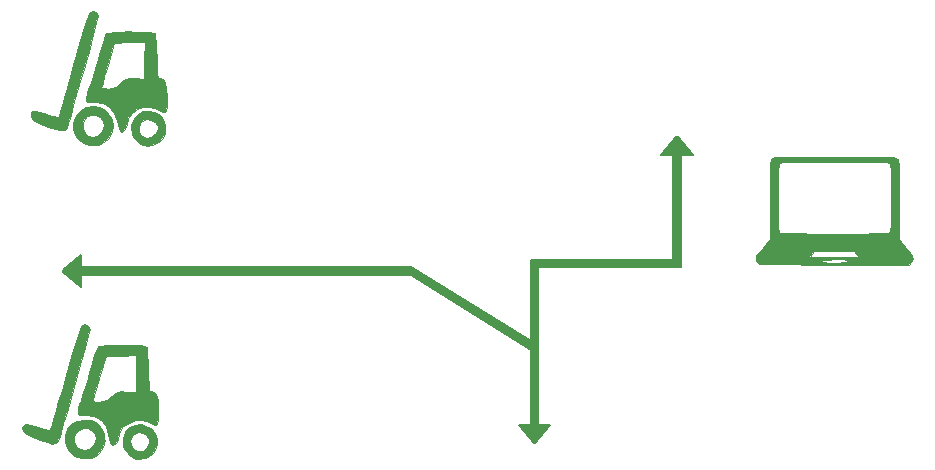
<source format=gbr>
G04 #@! TF.GenerationSoftware,KiCad,Pcbnew,(5.0.1)-3*
G04 #@! TF.CreationDate,2018-12-19T00:20:38+01:00*
G04 #@! TF.ProjectId,cret,637265742E6B696361645F7063620000,rev?*
G04 #@! TF.SameCoordinates,Original*
G04 #@! TF.FileFunction,Legend,Bot*
G04 #@! TF.FilePolarity,Positive*
%FSLAX46Y46*%
G04 Gerber Fmt 4.6, Leading zero omitted, Abs format (unit mm)*
G04 Created by KiCad (PCBNEW (5.0.1)-3) date 19/12/2018 0:20:38*
%MOMM*%
%LPD*%
G01*
G04 APERTURE LIST*
%ADD10C,0.010000*%
%ADD11C,0.150000*%
G04 APERTURE END LIST*
D10*
G04 #@! TO.C,G1*
G36*
X73769202Y-125695427D02*
X73744208Y-125718364D01*
X73664060Y-125884095D01*
X73526034Y-126265411D01*
X73339339Y-126832916D01*
X73113181Y-127557214D01*
X72856769Y-128408908D01*
X72579309Y-129358602D01*
X72332767Y-130224599D01*
X72049807Y-131227696D01*
X71787452Y-132152589D01*
X71553839Y-132970978D01*
X71357108Y-133654565D01*
X71205399Y-134175051D01*
X71106852Y-134504138D01*
X71070569Y-134612934D01*
X70937534Y-134608660D01*
X70629131Y-134524530D01*
X70204798Y-134377548D01*
X70074954Y-134328087D01*
X69480610Y-134121722D01*
X69077851Y-134046531D01*
X68839862Y-134104012D01*
X68739823Y-134295662D01*
X68732400Y-134403081D01*
X68779991Y-134614428D01*
X68946049Y-134807478D01*
X69265507Y-135006010D01*
X69773295Y-135233809D01*
X70195594Y-135399249D01*
X70808386Y-135614994D01*
X71235383Y-135716320D01*
X71517556Y-135703231D01*
X71695879Y-135575730D01*
X71788291Y-135399346D01*
X71882602Y-135119846D01*
X72028176Y-134648428D01*
X72215802Y-134018006D01*
X72436272Y-133261497D01*
X72680376Y-132411814D01*
X72938907Y-131501875D01*
X73202654Y-130564592D01*
X73462408Y-129632884D01*
X73708960Y-128739663D01*
X73933102Y-127917846D01*
X74125623Y-127200348D01*
X74277316Y-126620084D01*
X74378970Y-126209970D01*
X74421377Y-126002920D01*
X74421697Y-125987007D01*
X74274316Y-125722253D01*
X74025288Y-125612558D01*
X73769202Y-125695427D01*
X73769202Y-125695427D01*
G37*
X73769202Y-125695427D02*
X73744208Y-125718364D01*
X73664060Y-125884095D01*
X73526034Y-126265411D01*
X73339339Y-126832916D01*
X73113181Y-127557214D01*
X72856769Y-128408908D01*
X72579309Y-129358602D01*
X72332767Y-130224599D01*
X72049807Y-131227696D01*
X71787452Y-132152589D01*
X71553839Y-132970978D01*
X71357108Y-133654565D01*
X71205399Y-134175051D01*
X71106852Y-134504138D01*
X71070569Y-134612934D01*
X70937534Y-134608660D01*
X70629131Y-134524530D01*
X70204798Y-134377548D01*
X70074954Y-134328087D01*
X69480610Y-134121722D01*
X69077851Y-134046531D01*
X68839862Y-134104012D01*
X68739823Y-134295662D01*
X68732400Y-134403081D01*
X68779991Y-134614428D01*
X68946049Y-134807478D01*
X69265507Y-135006010D01*
X69773295Y-135233809D01*
X70195594Y-135399249D01*
X70808386Y-135614994D01*
X71235383Y-135716320D01*
X71517556Y-135703231D01*
X71695879Y-135575730D01*
X71788291Y-135399346D01*
X71882602Y-135119846D01*
X72028176Y-134648428D01*
X72215802Y-134018006D01*
X72436272Y-133261497D01*
X72680376Y-132411814D01*
X72938907Y-131501875D01*
X73202654Y-130564592D01*
X73462408Y-129632884D01*
X73708960Y-128739663D01*
X73933102Y-127917846D01*
X74125623Y-127200348D01*
X74277316Y-126620084D01*
X74378970Y-126209970D01*
X74421377Y-126002920D01*
X74421697Y-125987007D01*
X74274316Y-125722253D01*
X74025288Y-125612558D01*
X73769202Y-125695427D01*
G36*
X76343114Y-127359421D02*
X75797719Y-127388508D01*
X75378999Y-127433285D01*
X75141269Y-127493749D01*
X75113831Y-127514350D01*
X75038615Y-127684470D01*
X74910007Y-128055757D01*
X74742010Y-128584480D01*
X74548625Y-129226911D01*
X74392066Y-129768600D01*
X74183297Y-130487422D01*
X73983983Y-131144133D01*
X73809716Y-131689516D01*
X73676091Y-132074353D01*
X73614186Y-132223642D01*
X73478832Y-132612120D01*
X73431400Y-132953892D01*
X73445009Y-133169512D01*
X73528462Y-133279522D01*
X73745706Y-133319521D01*
X74098150Y-133325074D01*
X74813801Y-133423661D01*
X75372169Y-133719962D01*
X75775898Y-134216487D01*
X76027633Y-134915745D01*
X76080015Y-135206711D01*
X76181566Y-135635658D01*
X76333209Y-135820473D01*
X76542791Y-135767489D01*
X76655159Y-135670698D01*
X76822288Y-135397721D01*
X76860400Y-135214221D01*
X76974518Y-134692757D01*
X77282686Y-134260066D01*
X77733627Y-133939115D01*
X78276065Y-133752871D01*
X78858723Y-133724301D01*
X79430323Y-133876373D01*
X79620579Y-133977942D01*
X79885847Y-134120767D01*
X80064927Y-134142113D01*
X80173534Y-134012737D01*
X80227382Y-133703396D01*
X80242186Y-133184845D01*
X80239709Y-132825828D01*
X80207713Y-132145287D01*
X80123703Y-131684742D01*
X79975844Y-131413390D01*
X79752304Y-131300425D01*
X79650758Y-131292600D01*
X79560807Y-131271126D01*
X79496234Y-131181320D01*
X79451356Y-130985105D01*
X79420488Y-130644405D01*
X79397943Y-130121144D01*
X79380559Y-129482850D01*
X79357940Y-128821155D01*
X79325756Y-128244757D01*
X79324969Y-128235627D01*
X78392290Y-128235627D01*
X78356595Y-129795863D01*
X78320900Y-131356100D01*
X77538398Y-131312333D01*
X77094147Y-131297718D01*
X76803374Y-131337257D01*
X76566515Y-131463039D01*
X76284009Y-131707151D01*
X76268398Y-131721646D01*
X75911580Y-132011169D01*
X75590408Y-132146412D01*
X75241150Y-132178163D01*
X74912087Y-132160313D01*
X74722335Y-132111358D01*
X74703775Y-132086350D01*
X74738525Y-131937039D01*
X74832683Y-131589005D01*
X74973726Y-131087127D01*
X75149131Y-130476284D01*
X75244177Y-130149600D01*
X75782204Y-128308100D01*
X77087247Y-128271863D01*
X78392290Y-128235627D01*
X79324969Y-128235627D01*
X79287760Y-127804111D01*
X79247704Y-127549672D01*
X79234155Y-127514350D01*
X79069277Y-127449307D01*
X78705196Y-127399953D01*
X78196227Y-127366287D01*
X77596681Y-127348310D01*
X76960873Y-127346021D01*
X76343114Y-127359421D01*
X76343114Y-127359421D01*
G37*
X76343114Y-127359421D02*
X75797719Y-127388508D01*
X75378999Y-127433285D01*
X75141269Y-127493749D01*
X75113831Y-127514350D01*
X75038615Y-127684470D01*
X74910007Y-128055757D01*
X74742010Y-128584480D01*
X74548625Y-129226911D01*
X74392066Y-129768600D01*
X74183297Y-130487422D01*
X73983983Y-131144133D01*
X73809716Y-131689516D01*
X73676091Y-132074353D01*
X73614186Y-132223642D01*
X73478832Y-132612120D01*
X73431400Y-132953892D01*
X73445009Y-133169512D01*
X73528462Y-133279522D01*
X73745706Y-133319521D01*
X74098150Y-133325074D01*
X74813801Y-133423661D01*
X75372169Y-133719962D01*
X75775898Y-134216487D01*
X76027633Y-134915745D01*
X76080015Y-135206711D01*
X76181566Y-135635658D01*
X76333209Y-135820473D01*
X76542791Y-135767489D01*
X76655159Y-135670698D01*
X76822288Y-135397721D01*
X76860400Y-135214221D01*
X76974518Y-134692757D01*
X77282686Y-134260066D01*
X77733627Y-133939115D01*
X78276065Y-133752871D01*
X78858723Y-133724301D01*
X79430323Y-133876373D01*
X79620579Y-133977942D01*
X79885847Y-134120767D01*
X80064927Y-134142113D01*
X80173534Y-134012737D01*
X80227382Y-133703396D01*
X80242186Y-133184845D01*
X80239709Y-132825828D01*
X80207713Y-132145287D01*
X80123703Y-131684742D01*
X79975844Y-131413390D01*
X79752304Y-131300425D01*
X79650758Y-131292600D01*
X79560807Y-131271126D01*
X79496234Y-131181320D01*
X79451356Y-130985105D01*
X79420488Y-130644405D01*
X79397943Y-130121144D01*
X79380559Y-129482850D01*
X79357940Y-128821155D01*
X79325756Y-128244757D01*
X79324969Y-128235627D01*
X78392290Y-128235627D01*
X78356595Y-129795863D01*
X78320900Y-131356100D01*
X77538398Y-131312333D01*
X77094147Y-131297718D01*
X76803374Y-131337257D01*
X76566515Y-131463039D01*
X76284009Y-131707151D01*
X76268398Y-131721646D01*
X75911580Y-132011169D01*
X75590408Y-132146412D01*
X75241150Y-132178163D01*
X74912087Y-132160313D01*
X74722335Y-132111358D01*
X74703775Y-132086350D01*
X74738525Y-131937039D01*
X74832683Y-131589005D01*
X74973726Y-131087127D01*
X75149131Y-130476284D01*
X75244177Y-130149600D01*
X75782204Y-128308100D01*
X77087247Y-128271863D01*
X78392290Y-128235627D01*
X79324969Y-128235627D01*
X79287760Y-127804111D01*
X79247704Y-127549672D01*
X79234155Y-127514350D01*
X79069277Y-127449307D01*
X78705196Y-127399953D01*
X78196227Y-127366287D01*
X77596681Y-127348310D01*
X76960873Y-127346021D01*
X76343114Y-127359421D01*
G36*
X73370587Y-133779576D02*
X72875458Y-134079563D01*
X72536812Y-134506250D01*
X72312103Y-135075870D01*
X72308063Y-135627393D01*
X72491840Y-136127153D01*
X72830580Y-136541488D01*
X73291430Y-136836732D01*
X73841538Y-136979222D01*
X74448049Y-136935294D01*
X74794149Y-136819311D01*
X75258065Y-136490479D01*
X75565031Y-136013424D01*
X75696074Y-135453180D01*
X75682600Y-135331123D01*
X74955400Y-135331123D01*
X74879590Y-135599272D01*
X74696772Y-135905101D01*
X74692183Y-135910972D01*
X74362123Y-136164338D01*
X73960049Y-136250673D01*
X73579565Y-136161821D01*
X73402606Y-136023350D01*
X73143499Y-135574790D01*
X73137353Y-135109184D01*
X73229923Y-134869827D01*
X73515856Y-134540191D01*
X73886804Y-134399781D01*
X74279415Y-134431659D01*
X74630339Y-134618890D01*
X74876221Y-134944535D01*
X74955400Y-135331123D01*
X75682600Y-135331123D01*
X75632220Y-134874784D01*
X75468989Y-134506250D01*
X75059052Y-134017159D01*
X74544676Y-133751267D01*
X74002900Y-133684433D01*
X73370587Y-133779576D01*
X73370587Y-133779576D01*
G37*
X73370587Y-133779576D02*
X72875458Y-134079563D01*
X72536812Y-134506250D01*
X72312103Y-135075870D01*
X72308063Y-135627393D01*
X72491840Y-136127153D01*
X72830580Y-136541488D01*
X73291430Y-136836732D01*
X73841538Y-136979222D01*
X74448049Y-136935294D01*
X74794149Y-136819311D01*
X75258065Y-136490479D01*
X75565031Y-136013424D01*
X75696074Y-135453180D01*
X75682600Y-135331123D01*
X74955400Y-135331123D01*
X74879590Y-135599272D01*
X74696772Y-135905101D01*
X74692183Y-135910972D01*
X74362123Y-136164338D01*
X73960049Y-136250673D01*
X73579565Y-136161821D01*
X73402606Y-136023350D01*
X73143499Y-135574790D01*
X73137353Y-135109184D01*
X73229923Y-134869827D01*
X73515856Y-134540191D01*
X73886804Y-134399781D01*
X74279415Y-134431659D01*
X74630339Y-134618890D01*
X74876221Y-134944535D01*
X74955400Y-135331123D01*
X75682600Y-135331123D01*
X75632220Y-134874784D01*
X75468989Y-134506250D01*
X75059052Y-134017159D01*
X74544676Y-133751267D01*
X74002900Y-133684433D01*
X73370587Y-133779576D01*
G36*
X78249519Y-134115090D02*
X77778575Y-134344477D01*
X77434274Y-134749374D01*
X77258312Y-135305676D01*
X77244224Y-135528050D01*
X77270023Y-135946760D01*
X77387885Y-136245116D01*
X77651323Y-136553821D01*
X77673200Y-136575800D01*
X78011622Y-136862472D01*
X78330515Y-136985483D01*
X78593950Y-137002515D01*
X79020475Y-136948262D01*
X79403107Y-136822958D01*
X79430554Y-136808795D01*
X79842975Y-136456820D01*
X80078153Y-135987471D01*
X80117669Y-135634880D01*
X79497739Y-135634880D01*
X79316784Y-135969225D01*
X79264183Y-136037972D01*
X78916612Y-136308803D01*
X78516162Y-136360333D01*
X78134426Y-136184850D01*
X78108651Y-136162416D01*
X77913797Y-135839156D01*
X77881321Y-135442523D01*
X78006942Y-135078921D01*
X78158659Y-134919301D01*
X78553185Y-134740699D01*
X78915921Y-134803261D01*
X79215673Y-135033327D01*
X79465343Y-135349985D01*
X79497739Y-135634880D01*
X80117669Y-135634880D01*
X80136746Y-135464669D01*
X80019410Y-134952335D01*
X79726801Y-134514390D01*
X79404558Y-134279249D01*
X78805412Y-134085313D01*
X78249519Y-134115090D01*
X78249519Y-134115090D01*
G37*
X78249519Y-134115090D02*
X77778575Y-134344477D01*
X77434274Y-134749374D01*
X77258312Y-135305676D01*
X77244224Y-135528050D01*
X77270023Y-135946760D01*
X77387885Y-136245116D01*
X77651323Y-136553821D01*
X77673200Y-136575800D01*
X78011622Y-136862472D01*
X78330515Y-136985483D01*
X78593950Y-137002515D01*
X79020475Y-136948262D01*
X79403107Y-136822958D01*
X79430554Y-136808795D01*
X79842975Y-136456820D01*
X80078153Y-135987471D01*
X80117669Y-135634880D01*
X79497739Y-135634880D01*
X79316784Y-135969225D01*
X79264183Y-136037972D01*
X78916612Y-136308803D01*
X78516162Y-136360333D01*
X78134426Y-136184850D01*
X78108651Y-136162416D01*
X77913797Y-135839156D01*
X77881321Y-135442523D01*
X78006942Y-135078921D01*
X78158659Y-134919301D01*
X78553185Y-134740699D01*
X78915921Y-134803261D01*
X79215673Y-135033327D01*
X79465343Y-135349985D01*
X79497739Y-135634880D01*
X80117669Y-135634880D01*
X80136746Y-135464669D01*
X80019410Y-134952335D01*
X79726801Y-134514390D01*
X79404558Y-134279249D01*
X78805412Y-134085313D01*
X78249519Y-134115090D01*
G04 #@! TO.C,G2*
G36*
X74480402Y-99177827D02*
X74455408Y-99200764D01*
X74375260Y-99366495D01*
X74237234Y-99747811D01*
X74050539Y-100315316D01*
X73824381Y-101039614D01*
X73567969Y-101891308D01*
X73290509Y-102841002D01*
X73043967Y-103706999D01*
X72761007Y-104710096D01*
X72498652Y-105634989D01*
X72265039Y-106453378D01*
X72068308Y-107136965D01*
X71916599Y-107657451D01*
X71818052Y-107986538D01*
X71781769Y-108095334D01*
X71648734Y-108091060D01*
X71340331Y-108006930D01*
X70915998Y-107859948D01*
X70786154Y-107810487D01*
X70191810Y-107604122D01*
X69789051Y-107528931D01*
X69551062Y-107586412D01*
X69451023Y-107778062D01*
X69443600Y-107885481D01*
X69491191Y-108096828D01*
X69657249Y-108289878D01*
X69976707Y-108488410D01*
X70484495Y-108716209D01*
X70906794Y-108881649D01*
X71519586Y-109097394D01*
X71946583Y-109198720D01*
X72228756Y-109185631D01*
X72407079Y-109058130D01*
X72499491Y-108881746D01*
X72593802Y-108602246D01*
X72739376Y-108130828D01*
X72927002Y-107500406D01*
X73147472Y-106743897D01*
X73391576Y-105894214D01*
X73650107Y-104984275D01*
X73913854Y-104046992D01*
X74173608Y-103115284D01*
X74420160Y-102222063D01*
X74644302Y-101400246D01*
X74836823Y-100682748D01*
X74988516Y-100102484D01*
X75090170Y-99692370D01*
X75132577Y-99485320D01*
X75132897Y-99469407D01*
X74985516Y-99204653D01*
X74736488Y-99094958D01*
X74480402Y-99177827D01*
X74480402Y-99177827D01*
G37*
X74480402Y-99177827D02*
X74455408Y-99200764D01*
X74375260Y-99366495D01*
X74237234Y-99747811D01*
X74050539Y-100315316D01*
X73824381Y-101039614D01*
X73567969Y-101891308D01*
X73290509Y-102841002D01*
X73043967Y-103706999D01*
X72761007Y-104710096D01*
X72498652Y-105634989D01*
X72265039Y-106453378D01*
X72068308Y-107136965D01*
X71916599Y-107657451D01*
X71818052Y-107986538D01*
X71781769Y-108095334D01*
X71648734Y-108091060D01*
X71340331Y-108006930D01*
X70915998Y-107859948D01*
X70786154Y-107810487D01*
X70191810Y-107604122D01*
X69789051Y-107528931D01*
X69551062Y-107586412D01*
X69451023Y-107778062D01*
X69443600Y-107885481D01*
X69491191Y-108096828D01*
X69657249Y-108289878D01*
X69976707Y-108488410D01*
X70484495Y-108716209D01*
X70906794Y-108881649D01*
X71519586Y-109097394D01*
X71946583Y-109198720D01*
X72228756Y-109185631D01*
X72407079Y-109058130D01*
X72499491Y-108881746D01*
X72593802Y-108602246D01*
X72739376Y-108130828D01*
X72927002Y-107500406D01*
X73147472Y-106743897D01*
X73391576Y-105894214D01*
X73650107Y-104984275D01*
X73913854Y-104046992D01*
X74173608Y-103115284D01*
X74420160Y-102222063D01*
X74644302Y-101400246D01*
X74836823Y-100682748D01*
X74988516Y-100102484D01*
X75090170Y-99692370D01*
X75132577Y-99485320D01*
X75132897Y-99469407D01*
X74985516Y-99204653D01*
X74736488Y-99094958D01*
X74480402Y-99177827D01*
G36*
X77054314Y-100841821D02*
X76508919Y-100870908D01*
X76090199Y-100915685D01*
X75852469Y-100976149D01*
X75825031Y-100996750D01*
X75749815Y-101166870D01*
X75621207Y-101538157D01*
X75453210Y-102066880D01*
X75259825Y-102709311D01*
X75103266Y-103251000D01*
X74894497Y-103969822D01*
X74695183Y-104626533D01*
X74520916Y-105171916D01*
X74387291Y-105556753D01*
X74325386Y-105706042D01*
X74190032Y-106094520D01*
X74142600Y-106436292D01*
X74156209Y-106651912D01*
X74239662Y-106761922D01*
X74456906Y-106801921D01*
X74809350Y-106807474D01*
X75525001Y-106906061D01*
X76083369Y-107202362D01*
X76487098Y-107698887D01*
X76738833Y-108398145D01*
X76791215Y-108689111D01*
X76892766Y-109118058D01*
X77044409Y-109302873D01*
X77253991Y-109249889D01*
X77366359Y-109153098D01*
X77533488Y-108880121D01*
X77571600Y-108696621D01*
X77685718Y-108175157D01*
X77993886Y-107742466D01*
X78444827Y-107421515D01*
X78987265Y-107235271D01*
X79569923Y-107206701D01*
X80141523Y-107358773D01*
X80331779Y-107460342D01*
X80597047Y-107603167D01*
X80776127Y-107624513D01*
X80884734Y-107495137D01*
X80938582Y-107185796D01*
X80953386Y-106667245D01*
X80950909Y-106308228D01*
X80918913Y-105627687D01*
X80834903Y-105167142D01*
X80687044Y-104895790D01*
X80463504Y-104782825D01*
X80361958Y-104775000D01*
X80272007Y-104753526D01*
X80207434Y-104663720D01*
X80162556Y-104467505D01*
X80131688Y-104126805D01*
X80109143Y-103603544D01*
X80091759Y-102965250D01*
X80069140Y-102303555D01*
X80036956Y-101727157D01*
X80036169Y-101718027D01*
X79103490Y-101718027D01*
X79067795Y-103278263D01*
X79032100Y-104838500D01*
X78249598Y-104794733D01*
X77805347Y-104780118D01*
X77514574Y-104819657D01*
X77277715Y-104945439D01*
X76995209Y-105189551D01*
X76979598Y-105204046D01*
X76622780Y-105493569D01*
X76301608Y-105628812D01*
X75952350Y-105660563D01*
X75623287Y-105642713D01*
X75433535Y-105593758D01*
X75414975Y-105568750D01*
X75449725Y-105419439D01*
X75543883Y-105071405D01*
X75684926Y-104569527D01*
X75860331Y-103958684D01*
X75955377Y-103632000D01*
X76493404Y-101790500D01*
X77798447Y-101754263D01*
X79103490Y-101718027D01*
X80036169Y-101718027D01*
X79998960Y-101286511D01*
X79958904Y-101032072D01*
X79945355Y-100996750D01*
X79780477Y-100931707D01*
X79416396Y-100882353D01*
X78907427Y-100848687D01*
X78307881Y-100830710D01*
X77672073Y-100828421D01*
X77054314Y-100841821D01*
X77054314Y-100841821D01*
G37*
X77054314Y-100841821D02*
X76508919Y-100870908D01*
X76090199Y-100915685D01*
X75852469Y-100976149D01*
X75825031Y-100996750D01*
X75749815Y-101166870D01*
X75621207Y-101538157D01*
X75453210Y-102066880D01*
X75259825Y-102709311D01*
X75103266Y-103251000D01*
X74894497Y-103969822D01*
X74695183Y-104626533D01*
X74520916Y-105171916D01*
X74387291Y-105556753D01*
X74325386Y-105706042D01*
X74190032Y-106094520D01*
X74142600Y-106436292D01*
X74156209Y-106651912D01*
X74239662Y-106761922D01*
X74456906Y-106801921D01*
X74809350Y-106807474D01*
X75525001Y-106906061D01*
X76083369Y-107202362D01*
X76487098Y-107698887D01*
X76738833Y-108398145D01*
X76791215Y-108689111D01*
X76892766Y-109118058D01*
X77044409Y-109302873D01*
X77253991Y-109249889D01*
X77366359Y-109153098D01*
X77533488Y-108880121D01*
X77571600Y-108696621D01*
X77685718Y-108175157D01*
X77993886Y-107742466D01*
X78444827Y-107421515D01*
X78987265Y-107235271D01*
X79569923Y-107206701D01*
X80141523Y-107358773D01*
X80331779Y-107460342D01*
X80597047Y-107603167D01*
X80776127Y-107624513D01*
X80884734Y-107495137D01*
X80938582Y-107185796D01*
X80953386Y-106667245D01*
X80950909Y-106308228D01*
X80918913Y-105627687D01*
X80834903Y-105167142D01*
X80687044Y-104895790D01*
X80463504Y-104782825D01*
X80361958Y-104775000D01*
X80272007Y-104753526D01*
X80207434Y-104663720D01*
X80162556Y-104467505D01*
X80131688Y-104126805D01*
X80109143Y-103603544D01*
X80091759Y-102965250D01*
X80069140Y-102303555D01*
X80036956Y-101727157D01*
X80036169Y-101718027D01*
X79103490Y-101718027D01*
X79067795Y-103278263D01*
X79032100Y-104838500D01*
X78249598Y-104794733D01*
X77805347Y-104780118D01*
X77514574Y-104819657D01*
X77277715Y-104945439D01*
X76995209Y-105189551D01*
X76979598Y-105204046D01*
X76622780Y-105493569D01*
X76301608Y-105628812D01*
X75952350Y-105660563D01*
X75623287Y-105642713D01*
X75433535Y-105593758D01*
X75414975Y-105568750D01*
X75449725Y-105419439D01*
X75543883Y-105071405D01*
X75684926Y-104569527D01*
X75860331Y-103958684D01*
X75955377Y-103632000D01*
X76493404Y-101790500D01*
X77798447Y-101754263D01*
X79103490Y-101718027D01*
X80036169Y-101718027D01*
X79998960Y-101286511D01*
X79958904Y-101032072D01*
X79945355Y-100996750D01*
X79780477Y-100931707D01*
X79416396Y-100882353D01*
X78907427Y-100848687D01*
X78307881Y-100830710D01*
X77672073Y-100828421D01*
X77054314Y-100841821D01*
G36*
X74081787Y-107261976D02*
X73586658Y-107561963D01*
X73248012Y-107988650D01*
X73023303Y-108558270D01*
X73019263Y-109109793D01*
X73203040Y-109609553D01*
X73541780Y-110023888D01*
X74002630Y-110319132D01*
X74552738Y-110461622D01*
X75159249Y-110417694D01*
X75505349Y-110301711D01*
X75969265Y-109972879D01*
X76276231Y-109495824D01*
X76407274Y-108935580D01*
X76393800Y-108813523D01*
X75666600Y-108813523D01*
X75590790Y-109081672D01*
X75407972Y-109387501D01*
X75403383Y-109393372D01*
X75073323Y-109646738D01*
X74671249Y-109733073D01*
X74290765Y-109644221D01*
X74113806Y-109505750D01*
X73854699Y-109057190D01*
X73848553Y-108591584D01*
X73941123Y-108352227D01*
X74227056Y-108022591D01*
X74598004Y-107882181D01*
X74990615Y-107914059D01*
X75341539Y-108101290D01*
X75587421Y-108426935D01*
X75666600Y-108813523D01*
X76393800Y-108813523D01*
X76343420Y-108357184D01*
X76180189Y-107988650D01*
X75770252Y-107499559D01*
X75255876Y-107233667D01*
X74714100Y-107166833D01*
X74081787Y-107261976D01*
X74081787Y-107261976D01*
G37*
X74081787Y-107261976D02*
X73586658Y-107561963D01*
X73248012Y-107988650D01*
X73023303Y-108558270D01*
X73019263Y-109109793D01*
X73203040Y-109609553D01*
X73541780Y-110023888D01*
X74002630Y-110319132D01*
X74552738Y-110461622D01*
X75159249Y-110417694D01*
X75505349Y-110301711D01*
X75969265Y-109972879D01*
X76276231Y-109495824D01*
X76407274Y-108935580D01*
X76393800Y-108813523D01*
X75666600Y-108813523D01*
X75590790Y-109081672D01*
X75407972Y-109387501D01*
X75403383Y-109393372D01*
X75073323Y-109646738D01*
X74671249Y-109733073D01*
X74290765Y-109644221D01*
X74113806Y-109505750D01*
X73854699Y-109057190D01*
X73848553Y-108591584D01*
X73941123Y-108352227D01*
X74227056Y-108022591D01*
X74598004Y-107882181D01*
X74990615Y-107914059D01*
X75341539Y-108101290D01*
X75587421Y-108426935D01*
X75666600Y-108813523D01*
X76393800Y-108813523D01*
X76343420Y-108357184D01*
X76180189Y-107988650D01*
X75770252Y-107499559D01*
X75255876Y-107233667D01*
X74714100Y-107166833D01*
X74081787Y-107261976D01*
G36*
X78960719Y-107597490D02*
X78489775Y-107826877D01*
X78145474Y-108231774D01*
X77969512Y-108788076D01*
X77955424Y-109010450D01*
X77981223Y-109429160D01*
X78099085Y-109727516D01*
X78362523Y-110036221D01*
X78384400Y-110058200D01*
X78722822Y-110344872D01*
X79041715Y-110467883D01*
X79305150Y-110484915D01*
X79731675Y-110430662D01*
X80114307Y-110305358D01*
X80141754Y-110291195D01*
X80554175Y-109939220D01*
X80789353Y-109469871D01*
X80828869Y-109117280D01*
X80208939Y-109117280D01*
X80027984Y-109451625D01*
X79975383Y-109520372D01*
X79627812Y-109791203D01*
X79227362Y-109842733D01*
X78845626Y-109667250D01*
X78819851Y-109644816D01*
X78624997Y-109321556D01*
X78592521Y-108924923D01*
X78718142Y-108561321D01*
X78869859Y-108401701D01*
X79264385Y-108223099D01*
X79627121Y-108285661D01*
X79926873Y-108515727D01*
X80176543Y-108832385D01*
X80208939Y-109117280D01*
X80828869Y-109117280D01*
X80847946Y-108947069D01*
X80730610Y-108434735D01*
X80438001Y-107996790D01*
X80115758Y-107761649D01*
X79516612Y-107567713D01*
X78960719Y-107597490D01*
X78960719Y-107597490D01*
G37*
X78960719Y-107597490D02*
X78489775Y-107826877D01*
X78145474Y-108231774D01*
X77969512Y-108788076D01*
X77955424Y-109010450D01*
X77981223Y-109429160D01*
X78099085Y-109727516D01*
X78362523Y-110036221D01*
X78384400Y-110058200D01*
X78722822Y-110344872D01*
X79041715Y-110467883D01*
X79305150Y-110484915D01*
X79731675Y-110430662D01*
X80114307Y-110305358D01*
X80141754Y-110291195D01*
X80554175Y-109939220D01*
X80789353Y-109469871D01*
X80828869Y-109117280D01*
X80208939Y-109117280D01*
X80027984Y-109451625D01*
X79975383Y-109520372D01*
X79627812Y-109791203D01*
X79227362Y-109842733D01*
X78845626Y-109667250D01*
X78819851Y-109644816D01*
X78624997Y-109321556D01*
X78592521Y-108924923D01*
X78718142Y-108561321D01*
X78869859Y-108401701D01*
X79264385Y-108223099D01*
X79627121Y-108285661D01*
X79926873Y-108515727D01*
X80176543Y-108832385D01*
X80208939Y-109117280D01*
X80828869Y-109117280D01*
X80847946Y-108947069D01*
X80730610Y-108434735D01*
X80438001Y-107996790D01*
X80115758Y-107761649D01*
X79516612Y-107567713D01*
X78960719Y-107597490D01*
G04 #@! TO.C,G4*
G36*
X136431331Y-111421467D02*
X135528807Y-111422146D01*
X134769637Y-111423785D01*
X134140833Y-111426800D01*
X133629405Y-111431607D01*
X133222364Y-111438622D01*
X132906721Y-111448259D01*
X132669486Y-111460935D01*
X132497671Y-111477066D01*
X132378286Y-111497067D01*
X132298341Y-111521353D01*
X132244848Y-111550341D01*
X132204818Y-111584446D01*
X132198533Y-111590667D01*
X132155831Y-111639098D01*
X132120966Y-111701559D01*
X132093132Y-111794463D01*
X132071526Y-111934223D01*
X132055343Y-112137254D01*
X132043778Y-112419967D01*
X132036027Y-112798779D01*
X132031285Y-113290101D01*
X132028747Y-113910347D01*
X132027609Y-114675932D01*
X132027333Y-115083167D01*
X132025467Y-118406333D01*
X131400031Y-119156613D01*
X131131402Y-119482815D01*
X130957357Y-119710373D01*
X130861880Y-119868869D01*
X130828955Y-119987885D01*
X130842567Y-120097002D01*
X130860469Y-120153233D01*
X130971360Y-120357986D01*
X131101206Y-120482454D01*
X131217065Y-120498928D01*
X131495929Y-120513776D01*
X131931475Y-120526917D01*
X132517382Y-120538269D01*
X133247328Y-120547750D01*
X134114990Y-120555279D01*
X135114048Y-120560773D01*
X136238178Y-120564152D01*
X137481060Y-120565333D01*
X143768349Y-120565333D01*
X143952441Y-120369376D01*
X144031599Y-120254943D01*
X138618336Y-120254943D01*
X138596717Y-120301867D01*
X138482019Y-120346184D01*
X138205728Y-120376840D01*
X137775078Y-120393244D01*
X137442870Y-120396000D01*
X136982790Y-120392888D01*
X136667572Y-120381738D01*
X136472827Y-120359833D01*
X136374168Y-120324452D01*
X136347200Y-120273839D01*
X136377802Y-120220946D01*
X136485675Y-120182796D01*
X136694923Y-120156043D01*
X137029649Y-120137339D01*
X137414169Y-120125672D01*
X137915518Y-120117561D01*
X138267257Y-120123549D01*
X138488738Y-120146520D01*
X138599314Y-120189357D01*
X138618336Y-120254943D01*
X144031599Y-120254943D01*
X144083990Y-120179207D01*
X144136533Y-120007487D01*
X144088972Y-119888000D01*
X139596214Y-119888000D01*
X135410797Y-119888000D01*
X135598587Y-119634000D01*
X135786378Y-119380000D01*
X139109519Y-119380000D01*
X139352866Y-119634000D01*
X139596214Y-119888000D01*
X144088972Y-119888000D01*
X144084652Y-119877147D01*
X143944244Y-119653253D01*
X143738166Y-119369801D01*
X143543866Y-119126000D01*
X142951200Y-118410445D01*
X142951200Y-115085223D01*
X142951136Y-114899741D01*
X142273866Y-114899741D01*
X142273003Y-115670949D01*
X142269883Y-116290176D01*
X142263714Y-116774769D01*
X142253700Y-117142075D01*
X142239050Y-117409441D01*
X142218968Y-117594213D01*
X142192662Y-117713738D01*
X142159338Y-117785362D01*
X142140819Y-117807619D01*
X142096488Y-117836976D01*
X142018133Y-117861740D01*
X141892363Y-117882290D01*
X141705790Y-117899007D01*
X141445024Y-117912272D01*
X141096676Y-117922464D01*
X140647357Y-117929965D01*
X140083677Y-117935155D01*
X139392248Y-117938414D01*
X138559680Y-117940123D01*
X137572584Y-117940662D01*
X137458752Y-117940667D01*
X136397625Y-117939697D01*
X135495849Y-117936642D01*
X134743454Y-117931285D01*
X134130467Y-117923407D01*
X133646918Y-117912791D01*
X133282835Y-117899219D01*
X133028247Y-117882473D01*
X132873182Y-117862335D01*
X132808133Y-117839067D01*
X132778193Y-117759561D01*
X132754082Y-117579180D01*
X132735388Y-117286159D01*
X132721702Y-116868730D01*
X132712614Y-116315126D01*
X132707714Y-115613583D01*
X132706533Y-114924114D01*
X132707380Y-114147197D01*
X132710438Y-113522385D01*
X132716485Y-113032460D01*
X132726300Y-112660199D01*
X132740659Y-112388382D01*
X132760339Y-112199788D01*
X132786120Y-112077196D01*
X132818778Y-112003385D01*
X132839581Y-111977714D01*
X132884129Y-111948195D01*
X132962812Y-111923322D01*
X133089100Y-111902708D01*
X133276465Y-111885967D01*
X133538379Y-111872710D01*
X133888313Y-111862551D01*
X134339738Y-111855102D01*
X134906126Y-111849977D01*
X135600948Y-111846787D01*
X136437676Y-111845146D01*
X137429780Y-111844667D01*
X137468414Y-111844667D01*
X138462905Y-111845050D01*
X139301754Y-111846474D01*
X139998649Y-111849353D01*
X140567280Y-111854098D01*
X141021337Y-111861121D01*
X141374509Y-111870836D01*
X141640485Y-111883655D01*
X141832955Y-111899990D01*
X141965608Y-111920253D01*
X142052134Y-111944857D01*
X142106221Y-111974215D01*
X142119033Y-111984789D01*
X142161522Y-112032994D01*
X142195474Y-112104325D01*
X142221837Y-112216662D01*
X142241562Y-112387887D01*
X142255599Y-112635878D01*
X142264896Y-112978516D01*
X142270405Y-113433682D01*
X142273074Y-114019255D01*
X142273854Y-114753116D01*
X142273866Y-114899741D01*
X142951136Y-114899741D01*
X142950910Y-114246708D01*
X142949510Y-113561119D01*
X142946206Y-113012046D01*
X142940202Y-112583081D01*
X142930702Y-112257817D01*
X142916913Y-112019844D01*
X142898038Y-111852755D01*
X142873284Y-111740141D01*
X142841854Y-111665594D01*
X142802953Y-111612705D01*
X142781867Y-111590666D01*
X142742818Y-111555667D01*
X142692475Y-111525854D01*
X142617849Y-111500812D01*
X142505951Y-111480124D01*
X142343790Y-111463377D01*
X142118379Y-111450153D01*
X141816727Y-111440037D01*
X141425845Y-111432613D01*
X140932745Y-111427467D01*
X140324436Y-111424181D01*
X139587931Y-111422341D01*
X138710238Y-111421531D01*
X137678370Y-111421335D01*
X137490200Y-111421333D01*
X136431331Y-111421467D01*
X136431331Y-111421467D01*
G37*
X136431331Y-111421467D02*
X135528807Y-111422146D01*
X134769637Y-111423785D01*
X134140833Y-111426800D01*
X133629405Y-111431607D01*
X133222364Y-111438622D01*
X132906721Y-111448259D01*
X132669486Y-111460935D01*
X132497671Y-111477066D01*
X132378286Y-111497067D01*
X132298341Y-111521353D01*
X132244848Y-111550341D01*
X132204818Y-111584446D01*
X132198533Y-111590667D01*
X132155831Y-111639098D01*
X132120966Y-111701559D01*
X132093132Y-111794463D01*
X132071526Y-111934223D01*
X132055343Y-112137254D01*
X132043778Y-112419967D01*
X132036027Y-112798779D01*
X132031285Y-113290101D01*
X132028747Y-113910347D01*
X132027609Y-114675932D01*
X132027333Y-115083167D01*
X132025467Y-118406333D01*
X131400031Y-119156613D01*
X131131402Y-119482815D01*
X130957357Y-119710373D01*
X130861880Y-119868869D01*
X130828955Y-119987885D01*
X130842567Y-120097002D01*
X130860469Y-120153233D01*
X130971360Y-120357986D01*
X131101206Y-120482454D01*
X131217065Y-120498928D01*
X131495929Y-120513776D01*
X131931475Y-120526917D01*
X132517382Y-120538269D01*
X133247328Y-120547750D01*
X134114990Y-120555279D01*
X135114048Y-120560773D01*
X136238178Y-120564152D01*
X137481060Y-120565333D01*
X143768349Y-120565333D01*
X143952441Y-120369376D01*
X144031599Y-120254943D01*
X138618336Y-120254943D01*
X138596717Y-120301867D01*
X138482019Y-120346184D01*
X138205728Y-120376840D01*
X137775078Y-120393244D01*
X137442870Y-120396000D01*
X136982790Y-120392888D01*
X136667572Y-120381738D01*
X136472827Y-120359833D01*
X136374168Y-120324452D01*
X136347200Y-120273839D01*
X136377802Y-120220946D01*
X136485675Y-120182796D01*
X136694923Y-120156043D01*
X137029649Y-120137339D01*
X137414169Y-120125672D01*
X137915518Y-120117561D01*
X138267257Y-120123549D01*
X138488738Y-120146520D01*
X138599314Y-120189357D01*
X138618336Y-120254943D01*
X144031599Y-120254943D01*
X144083990Y-120179207D01*
X144136533Y-120007487D01*
X144088972Y-119888000D01*
X139596214Y-119888000D01*
X135410797Y-119888000D01*
X135598587Y-119634000D01*
X135786378Y-119380000D01*
X139109519Y-119380000D01*
X139352866Y-119634000D01*
X139596214Y-119888000D01*
X144088972Y-119888000D01*
X144084652Y-119877147D01*
X143944244Y-119653253D01*
X143738166Y-119369801D01*
X143543866Y-119126000D01*
X142951200Y-118410445D01*
X142951200Y-115085223D01*
X142951136Y-114899741D01*
X142273866Y-114899741D01*
X142273003Y-115670949D01*
X142269883Y-116290176D01*
X142263714Y-116774769D01*
X142253700Y-117142075D01*
X142239050Y-117409441D01*
X142218968Y-117594213D01*
X142192662Y-117713738D01*
X142159338Y-117785362D01*
X142140819Y-117807619D01*
X142096488Y-117836976D01*
X142018133Y-117861740D01*
X141892363Y-117882290D01*
X141705790Y-117899007D01*
X141445024Y-117912272D01*
X141096676Y-117922464D01*
X140647357Y-117929965D01*
X140083677Y-117935155D01*
X139392248Y-117938414D01*
X138559680Y-117940123D01*
X137572584Y-117940662D01*
X137458752Y-117940667D01*
X136397625Y-117939697D01*
X135495849Y-117936642D01*
X134743454Y-117931285D01*
X134130467Y-117923407D01*
X133646918Y-117912791D01*
X133282835Y-117899219D01*
X133028247Y-117882473D01*
X132873182Y-117862335D01*
X132808133Y-117839067D01*
X132778193Y-117759561D01*
X132754082Y-117579180D01*
X132735388Y-117286159D01*
X132721702Y-116868730D01*
X132712614Y-116315126D01*
X132707714Y-115613583D01*
X132706533Y-114924114D01*
X132707380Y-114147197D01*
X132710438Y-113522385D01*
X132716485Y-113032460D01*
X132726300Y-112660199D01*
X132740659Y-112388382D01*
X132760339Y-112199788D01*
X132786120Y-112077196D01*
X132818778Y-112003385D01*
X132839581Y-111977714D01*
X132884129Y-111948195D01*
X132962812Y-111923322D01*
X133089100Y-111902708D01*
X133276465Y-111885967D01*
X133538379Y-111872710D01*
X133888313Y-111862551D01*
X134339738Y-111855102D01*
X134906126Y-111849977D01*
X135600948Y-111846787D01*
X136437676Y-111845146D01*
X137429780Y-111844667D01*
X137468414Y-111844667D01*
X138462905Y-111845050D01*
X139301754Y-111846474D01*
X139998649Y-111849353D01*
X140567280Y-111854098D01*
X141021337Y-111861121D01*
X141374509Y-111870836D01*
X141640485Y-111883655D01*
X141832955Y-111899990D01*
X141965608Y-111920253D01*
X142052134Y-111944857D01*
X142106221Y-111974215D01*
X142119033Y-111984789D01*
X142161522Y-112032994D01*
X142195474Y-112104325D01*
X142221837Y-112216662D01*
X142241562Y-112387887D01*
X142255599Y-112635878D01*
X142264896Y-112978516D01*
X142270405Y-113433682D01*
X142273074Y-114019255D01*
X142273854Y-114753116D01*
X142273866Y-114899741D01*
X142951136Y-114899741D01*
X142950910Y-114246708D01*
X142949510Y-113561119D01*
X142946206Y-113012046D01*
X142940202Y-112583081D01*
X142930702Y-112257817D01*
X142916913Y-112019844D01*
X142898038Y-111852755D01*
X142873284Y-111740141D01*
X142841854Y-111665594D01*
X142802953Y-111612705D01*
X142781867Y-111590666D01*
X142742818Y-111555667D01*
X142692475Y-111525854D01*
X142617849Y-111500812D01*
X142505951Y-111480124D01*
X142343790Y-111463377D01*
X142118379Y-111450153D01*
X141816727Y-111440037D01*
X141425845Y-111432613D01*
X140932745Y-111427467D01*
X140324436Y-111424181D01*
X139587931Y-111422341D01*
X138710238Y-111421531D01*
X137678370Y-111421335D01*
X137490200Y-111421333D01*
X136431331Y-111421467D01*
D11*
G04 #@! TO.C,G3*
G36*
X125501400Y-111252000D02*
X124231400Y-109728000D01*
X124104400Y-109728000D01*
X122834400Y-111252000D01*
X123850400Y-111252000D01*
X123850400Y-120142000D01*
X111785400Y-120142000D01*
X111785400Y-127000000D01*
X101625400Y-120777000D01*
X73685400Y-120777000D01*
X73685400Y-119888000D01*
X73685400Y-119761000D01*
X72161400Y-121031000D01*
X72161400Y-121158000D01*
X73685400Y-122428000D01*
X73685400Y-121412000D01*
X101625400Y-121412000D01*
X111785400Y-127762000D01*
X111785400Y-134112000D01*
X110769400Y-134112000D01*
X112039400Y-135636000D01*
X112166400Y-135636000D01*
X113436400Y-134112000D01*
X112420400Y-134112000D01*
X112420400Y-120777000D01*
X124485400Y-120777000D01*
X124485400Y-111252000D01*
X125501400Y-111252000D01*
G37*
X125501400Y-111252000D02*
X124231400Y-109728000D01*
X124104400Y-109728000D01*
X122834400Y-111252000D01*
X123850400Y-111252000D01*
X123850400Y-120142000D01*
X111785400Y-120142000D01*
X111785400Y-127000000D01*
X101625400Y-120777000D01*
X73685400Y-120777000D01*
X73685400Y-119888000D01*
X73685400Y-119761000D01*
X72161400Y-121031000D01*
X72161400Y-121158000D01*
X73685400Y-122428000D01*
X73685400Y-121412000D01*
X101625400Y-121412000D01*
X111785400Y-127762000D01*
X111785400Y-134112000D01*
X110769400Y-134112000D01*
X112039400Y-135636000D01*
X112166400Y-135636000D01*
X113436400Y-134112000D01*
X112420400Y-134112000D01*
X112420400Y-120777000D01*
X124485400Y-120777000D01*
X124485400Y-111252000D01*
X125501400Y-111252000D01*
X122847488Y-111256228D02*
X124117488Y-109732228D01*
X124117488Y-109732228D02*
X124244488Y-109732228D01*
X124244488Y-109732228D02*
X125514488Y-111256228D01*
X125514488Y-111256228D02*
X124625488Y-111256228D01*
X124625488Y-111256228D02*
X124498488Y-111256228D01*
X123863488Y-111256228D02*
X122847488Y-111256228D01*
X73712339Y-122443407D02*
X72188339Y-121173407D01*
X72188339Y-121173407D02*
X72188339Y-121046407D01*
X72188339Y-121046407D02*
X73712339Y-119776407D01*
X73712339Y-119776407D02*
X73712339Y-120665407D01*
X73712339Y-120665407D02*
X73712339Y-120792407D01*
X73712339Y-121427407D02*
X73712339Y-122443407D01*
X111658400Y-134112000D02*
X111785400Y-134112000D01*
X110769400Y-134112000D02*
X111658400Y-134112000D01*
X112039400Y-135636000D02*
X110769400Y-134112000D01*
X112166400Y-135636000D02*
X112039400Y-135636000D01*
X113436400Y-134112000D02*
X112166400Y-135636000D01*
X112420400Y-134112000D02*
X113436400Y-134112000D01*
X111785400Y-127762000D02*
X111785400Y-129032000D01*
X111785400Y-126492000D02*
X111785400Y-127000000D01*
X82575400Y-121412000D02*
X73685400Y-121412000D01*
X82575400Y-120777000D02*
X73685400Y-120777000D01*
X101625400Y-121412000D02*
X82575400Y-121412000D01*
X101625400Y-120777000D02*
X82575400Y-120777000D01*
X105435400Y-123190000D02*
X101625400Y-120777000D01*
X111785400Y-127000000D02*
X105435400Y-123190000D01*
X111785400Y-127762000D02*
X101625400Y-121412000D01*
X111785400Y-130302000D02*
X111785400Y-129032000D01*
X111785400Y-120142000D02*
X111785400Y-126492000D01*
X112420400Y-120142000D02*
X111785400Y-120142000D01*
X111785400Y-134112000D02*
X111785400Y-130302000D01*
X112420400Y-120777000D02*
X112420400Y-134112000D01*
X113690400Y-120142000D02*
X112420400Y-120142000D01*
X123850400Y-120142000D02*
X113690400Y-120142000D01*
X124485400Y-120777000D02*
X112420400Y-120777000D01*
X124485400Y-111252000D02*
X124485400Y-120777000D01*
X123850400Y-111252000D02*
X123850400Y-120142000D01*
G04 #@! TD*
M02*

</source>
